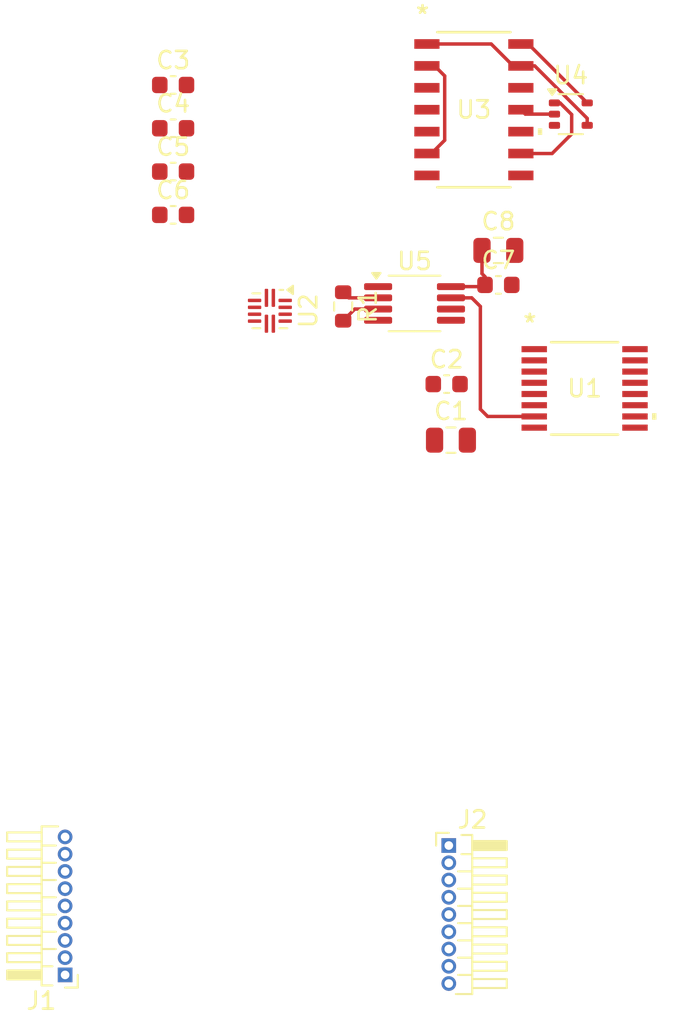
<source format=kicad_pcb>
(kicad_pcb (version 20241229) (generator "pcbnew") (generator_version "9.0")
  (layers (0 "F.Cu" signal) (2 "B.Cu" signal) (13 "F.Paste" user) (15 "B.Paste" user) (5 "F.SilkS" user "F.Silkscreen") (7 "B.SilkS" user "B.Silkscreen") (1 "F.Mask" user) (3 "B.Mask" user) (25 "Edge.Cuts" user))
  (net 0 "")
  (net 1 "GND")
  (net 2 "Net-(U1-REFCAP)")
  (net 3 "Net-(U1-REFIO)")
  (net 4 "+5V")
  (net 5 "/ADC/A_IN")
  (net 6 "+3.3V")
  (net 25 "Net-(R1-Pad1)")
  (net 26 "Net-(R1-Pad2)")
  (net 27 "/ADC/SDI")
  (net 28 "/ADC/~{CS}")
  (net 29 "/ADC/SDO-1")
  (net 30 "/ADC/~{RST}")
  (net 31 "/ADC/RVS")
  (net 32 "/ADC/SDO-0")
  (net 33 "/ADC/SCLK")
  (net 34 "/Multiplexer/A_IN_P1")
  (net 35 "/Multiplexer/A_IN_N1")
  (net 36 "/Amplifier/A_IN_N")
  (net 37 "/Multiplexer/A_IN_N3")
  (net 38 "/Multiplexer/A_IN_P3")
  (net 39 "/Amplifier/A_IN_P")
  (net 40 "/Multiplexer/A_IN_P2")
  (net 41 "/Counter/SEL1")
  (net 42 "/Multiplexer/A_IN_N2")
  (net 43 "/Counter/SEL0")
  (net 44 "Net-(U3-1D)")
  (net 45 "Net-(U3-2D)")
  (net 46 "Net-(U3-~{1CLR})")
  (footprint "Package_SO:MSOP-8_3x3mm_P0.65mm" (layer "F.Cu") (at 105.8875 92.825)
    (property "Reference" "U5" (at 0 -2.45 0) (layer "F.SilkS"))
    (property "Value" "AD8421")
    (fp_line (start 0 -1.61) (end -1.5 -1.61) (stroke (width 0.12)) (layer "F.SilkS"))
    (fp_line (start 0 -1.61) (end 1.5 -1.61) (stroke (width 0.12)) (layer "F.SilkS"))
    (fp_line (start 0 1.61) (end -1.5 1.61) (stroke (width 0.12)) (layer "F.SilkS"))
    (fp_line (start 0 1.61) (end 1.5 1.61) (stroke (width 0.12)) (layer "F.SilkS"))
    (fp_poly (pts (xy -2.2125 -1.435) (xy -2.4525 -1.765) (xy -1.9725 -1.765)) (stroke (width 0.12)) (fill yes) (layer "F.SilkS"))
    (pad "1" smd roundrect (at -2.1125 -0.975) (size 1.625 0.4) (layers "F.Cu" "F.Mask" "F.Paste") (net 36 "/Amplifier/A_IN_N"))
    (pad "2" smd roundrect (at -2.1125 -0.325) (size 1.625 0.4) (layers "F.Cu" "F.Mask" "F.Paste") (net 25 "Net-(R1-Pad1)"))
    (pad "3" smd roundrect (at -2.1125 0.325) (size 1.625 0.4) (layers "F.Cu" "F.Mask" "F.Paste") (net 26 "Net-(R1-Pad2)"))
    (pad "4" smd roundrect (at -2.1125 0.975) (size 1.625 0.4) (layers "F.Cu" "F.Mask" "F.Paste") (net 39 "/Amplifier/A_IN_P"))
    (pad "5" smd roundrect (at 2.1125 0.975) (size 1.625 0.4) (layers "F.Cu" "F.Mask" "F.Paste") (net 1 "GND"))
    (pad "6" smd roundrect (at 2.1125 0.325) (size 1.625 0.4) (layers "F.Cu" "F.Mask" "F.Paste") (net 1 "GND"))
    (pad "7" smd roundrect (at 2.1125 -0.325) (size 1.625 0.4) (layers "F.Cu" "F.Mask" "F.Paste") (net 5 "/ADC/A_IN"))
    (pad "8" smd roundrect (at 2.1125 -0.975) (size 1.625 0.4) (layers "F.Cu" "F.Mask" "F.Paste") (net 4 "+5V"))
  )
  (footprint "Capacitor_SMD:C_0603_1608Metric" (layer "F.Cu") (at 110.75 91.75)
    (property "Reference" "C7" (at 0 -1.43 0) (layer "F.SilkS"))
    (property "Value" "0.1 uF")
    (fp_line (start -0.14058 -0.51) (end 0.14058 -0.51) (stroke (width 0.12)) (layer "F.SilkS"))
    (fp_line (start -0.14058 0.51) (end 0.14058 0.51) (stroke (width 0.12)) (layer "F.SilkS"))
    (pad "1" smd roundrect (at -0.775 0) (size 0.9 0.95) (layers "F.Cu" "F.Mask" "F.Paste") (net 4 "+5V"))
    (pad "2" smd roundrect (at 0.775 0) (size 0.9 0.95) (layers "F.Cu" "F.Mask" "F.Paste") (net 1 "GND"))
  )
  (footprint "strain-gauge:PW16_TEX" (layer "F.Cu") (at 115.75 97.75)
    (property "Reference" "U1" (at 0 0 0) (layer "F.SilkS"))
    (property "Value" "ADS8691IPWR")
    (fp_line (start -1.941024 2.6797) (end 1.941024 2.6797) (stroke (width 0.1524)) (layer "F.SilkS"))
    (fp_line (start 1.941024 -2.6797) (end -1.941024 -2.6797) (stroke (width 0.1524)) (layer "F.SilkS"))
    (fp_poly (pts (xy 4.1656 1.434501) (xy 4.1656 1.815501) (xy 3.9116 1.815501) (xy 3.9116 1.434501)) (fill yes) (layer "F.SilkS"))
    (fp_text user "*" (at -3.175 -3.773601 0) (layer "F.SilkS"))
    (fp_text user "*" (at -3.175 -3.773601 0) (layer "F.SilkS"))
    (pad "1" smd rect (at -2.921 -2.274999) (size 1.4732 0.3556) (layers "F.Cu" "F.Mask" "F.Paste") (net 1 "GND"))
    (pad "2" smd rect (at -2.921 -1.625001) (size 1.4732 0.3556) (layers "F.Cu" "F.Mask" "F.Paste") (net 4 "+5V"))
    (pad "3" smd rect (at -2.921 -0.974999) (size 1.4732 0.3556) (layers "F.Cu" "F.Mask" "F.Paste") (net 1 "GND"))
    (pad "4" smd rect (at -2.921 -0.325001) (size 1.4732 0.3556) (layers "F.Cu" "F.Mask" "F.Paste") (net 3 "Net-(U1-REFIO)"))
    (pad "5" smd rect (at -2.921 0.324998) (size 1.4732 0.3556) (layers "F.Cu" "F.Mask" "F.Paste") (net 1 "GND"))
    (pad "6" smd rect (at -2.921 0.974999) (size 1.4732 0.3556) (layers "F.Cu" "F.Mask" "F.Paste") (net 2 "Net-(U1-REFCAP)"))
    (pad "7" smd rect (at -2.921 1.624998) (size 1.4732 0.3556) (layers "F.Cu" "F.Mask" "F.Paste") (net 5 "/ADC/A_IN"))
    (pad "8" smd rect (at -2.921 2.274999) (size 1.4732 0.3556) (layers "F.Cu" "F.Mask" "F.Paste") (net 1 "GND"))
    (pad "9" smd rect (at 2.921 2.274999) (size 1.4732 0.3556) (layers "F.Cu" "F.Mask" "F.Paste") (net 30 "/ADC/~{RST}"))
    (pad "10" smd rect (at 2.921 1.625001) (size 1.4732 0.3556) (layers "F.Cu" "F.Mask" "F.Paste") (net 27 "/ADC/SDI"))
    (pad "11" smd rect (at 2.921 0.974999) (size 1.4732 0.3556) (layers "F.Cu" "F.Mask" "F.Paste") (net 28 "/ADC/~{CS}"))
    (pad "12" smd rect (at 2.921 0.325001) (size 1.4732 0.3556) (layers "F.Cu" "F.Mask" "F.Paste") (net 33 "/ADC/SCLK"))
    (pad "13" smd rect (at 2.921 -0.324998) (size 1.4732 0.3556) (layers "F.Cu" "F.Mask" "F.Paste") (net 32 "/ADC/SDO-0"))
    (pad "14" smd rect (at 2.921 -0.974999) (size 1.4732 0.3556) (layers "F.Cu" "F.Mask" "F.Paste") (net 29 "/ADC/SDO-1"))
    (pad "15" smd rect (at 2.921 -1.624998) (size 1.4732 0.3556) (layers "F.Cu" "F.Mask" "F.Paste") (net 31 "/ADC/RVS"))
    (pad "16" smd rect (at 2.921 -2.274999) (size 1.4732 0.3556) (layers "F.Cu" "F.Mask" "F.Paste") (net 6 "+3.3V"))
  )
  (footprint "Capacitor_SMD:C_0603_1608Metric" (layer "F.Cu") (at 107.75 97.5)
    (property "Reference" "C2" (at 0 -1.43 0) (layer "F.SilkS"))
    (property "Value" "1 uF")
    (fp_line (start -0.14058 -0.51) (end 0.14058 -0.51) (stroke (width 0.12)) (layer "F.SilkS"))
    (fp_line (start -0.14058 0.51) (end 0.14058 0.51) (stroke (width 0.12)) (layer "F.SilkS"))
    (pad "1" smd roundrect (at -0.775 0) (size 0.9 0.95) (layers "F.Cu" "F.Mask" "F.Paste") (net 1 "GND"))
    (pad "2" smd roundrect (at 0.775 0) (size 0.9 0.95) (layers "F.Cu" "F.Mask" "F.Paste") (net 2 "Net-(U1-REFCAP)"))
  )
  (footprint "Capacitor_SMD:C_0603_1608Metric" (layer "F.Cu") (at 91.89 82.67)
    (property "Reference" "C4" (at 0 -1.43 0) (layer "F.SilkS"))
    (property "Value" "1 uF")
    (fp_line (start -0.14058 -0.51) (end 0.14058 -0.51) (stroke (width 0.12)) (layer "F.SilkS"))
    (fp_line (start -0.14058 0.51) (end 0.14058 0.51) (stroke (width 0.12)) (layer "F.SilkS"))
    (pad "1" smd roundrect (at -0.775 0) (size 0.9 0.95) (layers "F.Cu" "F.Mask" "F.Paste") (net 4 "+5V"))
    (pad "2" smd roundrect (at 0.775 0) (size 0.9 0.95) (layers "F.Cu" "F.Mask" "F.Paste") (net 1 "GND"))
  )
  (footprint "Capacitor_SMD:C_0603_1608Metric" (layer "F.Cu") (at 91.89 87.69)
    (property "Reference" "C6" (at 0 -1.43 0) (layer "F.SilkS"))
    (property "Value" "1 uF")
    (fp_line (start -0.14058 -0.51) (end 0.14058 -0.51) (stroke (width 0.12)) (layer "F.SilkS"))
    (fp_line (start -0.14058 0.51) (end 0.14058 0.51) (stroke (width 0.12)) (layer "F.SilkS"))
    (pad "1" smd roundrect (at -0.775 0) (size 0.9 0.95) (layers "F.Cu" "F.Mask" "F.Paste") (net 1 "GND"))
    (pad "2" smd roundrect (at 0.775 0) (size 0.9 0.95) (layers "F.Cu" "F.Mask" "F.Paste") (net 6 "+3.3V"))
  )
  (footprint "Connector_PinHeader_1.00mm:PinHeader_1x09_P1.00mm_Horizontal" (layer "F.Cu") (at 107.875 124.25)
    (property "Reference" "J2" (at 1.375 -1.5 0) (layer "F.SilkS"))
    (property "Value" "Right")
    (fp_line (start -0.735 -0.735) (end 0 -0.735) (stroke (width 0.12)) (layer "F.SilkS"))
    (fp_line (start -0.735 0) (end -0.735 -0.735) (stroke (width 0.12)) (layer "F.SilkS"))
    (fp_line (start 0.538725 1.5) (end 1.36 1.5) (stroke (width 0.12)) (layer "F.SilkS"))
    (fp_line (start 0.538725 2.5) (end 1.36 2.5) (stroke (width 0.12)) (layer "F.SilkS"))
    (fp_line (start 0.538725 3.5) (end 1.36 3.5) (stroke (width 0.12)) (layer "F.SilkS"))
    (fp_line (start 0.538725 4.5) (end 1.36 4.5) (stroke (width 0.12)) (layer "F.SilkS"))
    (fp_line (start 0.538725 5.5) (end 1.36 5.5) (stroke (width 0.12)) (layer "F.SilkS"))
    (fp_line (start 0.538725 6.5) (end 1.36 6.5) (stroke (width 0.12)) (layer "F.SilkS"))
    (fp_line (start 0.538725 7.5) (end 1.36 7.5) (stroke (width 0.12)) (layer "F.SilkS"))
    (fp_line (start 0.735 -0.61) (end 1.36 -0.61) (stroke (width 0.12)) (layer "F.SilkS"))
    (fp_line (start 0.735 0.5) (end 1.36 0.5) (stroke (width 0.12)) (layer "F.SilkS"))
    (fp_line (start 1.36 -0.61) (end 1.36 8.61) (stroke (width 0.12)) (layer "F.SilkS"))
    (fp_line (start 1.36 0.74) (end 3.36 0.74) (stroke (width 0.12)) (layer "F.SilkS"))
    (fp_line (start 1.36 1.74) (end 3.36 1.74) (stroke (width 0.12)) (layer "F.SilkS"))
    (fp_line (start 1.36 2.74) (end 3.36 2.74) (stroke (width 0.12)) (layer "F.SilkS"))
    (fp_line (start 1.36 3.74) (end 3.36 3.74) (stroke (width 0.12)) (layer "F.SilkS"))
    (fp_line (start 1.36 4.74) (end 3.36 4.74) (stroke (width 0.12)) (layer "F.SilkS"))
    (fp_line (start 1.36 5.74) (end 3.36 5.74) (stroke (width 0.12)) (layer "F.SilkS"))
    (fp_line (start 1.36 6.74) (end 3.36 6.74) (stroke (width 0.12)) (layer "F.SilkS"))
    (fp_line (start 1.36 7.74) (end 3.36 7.74) (stroke (width 0.12)) (layer "F.SilkS"))
    (fp_line (start 1.36 8.61) (end 0.41003 8.61) (stroke (width 0.12)) (layer "F.SilkS"))
    (fp_line (start 3.36 0.74) (end 3.36 1.26) (stroke (width 0.12)) (layer "F.SilkS"))
    (fp_line (start 3.36 1.26) (end 1.36 1.26) (stroke (width 0.12)) (layer "F.SilkS"))
    (fp_line (start 3.36 1.74) (end 3.36 2.26) (stroke (width 0.12)) (layer "F.SilkS"))
    (fp_line (start 3.36 2.26) (end 1.36 2.26) (stroke (width 0.12)) (layer "F.SilkS"))
    (fp_line (start 3.36 2.74) (end 3.36 3.26) (stroke (width 0.12)) (layer "F.SilkS"))
    (fp_line (start 3.36 3.26) (end 1.36 3.26) (stroke (width 0.12)) (layer "F.SilkS"))
    (fp_line (start 3.36 3.74) (end 3.36 4.26) (stroke (width 0.12)) (layer "F.SilkS"))
    (fp_line (start 3.36 4.26) (end 1.36 4.26) (stroke (width 0.12)) (layer "F.SilkS"))
    (fp_line (start 3.36 4.74) (end 3.36 5.26) (stroke (width 0.12)) (layer "F.SilkS"))
    (fp_line (start 3.36 5.26) (end 1.36 5.26) (stroke (width 0.12)) (layer "F.SilkS"))
    (fp_line (start 3.36 5.74) (end 3.36 6.26) (stroke (width 0.12)) (layer "F.SilkS"))
    (fp_line (start 3.36 6.26) (end 1.36 6.26) (stroke (width 0.12)) (layer "F.SilkS"))
    (fp_line (start 3.36 6.74) (end 3.36 7.26) (stroke (width 0.12)) (layer "F.SilkS"))
    (fp_line (start 3.36 7.26) (end 1.36 7.26) (stroke (width 0.12)) (layer "F.SilkS"))
    (fp_line (start 3.36 7.74) (end 3.36 8.26) (stroke (width 0.12)) (layer "F.SilkS"))
    (fp_line (start 3.36 8.26) (end 1.36 8.26) (stroke (width 0.12)) (layer "F.SilkS"))
    (fp_rect (start 1.36 -0.26) (end 3.36 0.26) (stroke (width 0.12)) (fill yes) (layer "F.SilkS"))
    (pad "1" thru_hole rect (at 0 0) (size 0.85 0.85) (drill 0.5) (layers "*.Cu" "*.Mask"))
    (pad "2" thru_hole circle (at 0 1) (size 0.85 0.85) (drill 0.5) (layers "*.Cu" "*.Mask"))
    (pad "3" thru_hole circle (at 0 2) (size 0.85 0.85) (drill 0.5) (layers "*.Cu" "*.Mask"))
    (pad "4" thru_hole circle (at 0 3) (size 0.85 0.85) (drill 0.5) (layers "*.Cu" "*.Mask"))
    (pad "5" thru_hole circle (at 0 4) (size 0.85 0.85) (drill 0.5) (layers "*.Cu" "*.Mask"))
    (pad "6" thru_hole circle (at 0 5) (size 0.85 0.85) (drill 0.5) (layers "*.Cu" "*.Mask"))
    (pad "7" thru_hole circle (at 0 6) (size 0.85 0.85) (drill 0.5) (layers "*.Cu" "*.Mask"))
    (pad "8" thru_hole circle (at 0 7) (size 0.85 0.85) (drill 0.5) (layers "*.Cu" "*.Mask"))
    (pad "9" thru_hole circle (at 0 8) (size 0.85 0.85) (drill 0.5) (layers "*.Cu" "*.Mask"))
  )
  (footprint "Package_DFN_QFN:Texas_RMG0012A_WQFN-12_1.8x1.8mm_P0.4mm" (layer "F.Cu") (at 97.5 93.25 -90)
    (property "Reference" "U2" (at 0 -2.23 90) (layer "F.SilkS"))
    (property "Value" "TMUX131RMG")
    (fp_line (start -1.01 1.01) (end -1.01 0.56) (stroke (width 0.12)) (layer "F.SilkS"))
    (fp_line (start 1.01 1.01) (end 1.01 0.56) (stroke (width 0.12)) (layer "F.SilkS"))
    (fp_line (start -1.21 -0.56) (end -1.21 -0.77) (stroke (width 0.12)) (layer "F.SilkS"))
    (fp_line (start 1.01 -1.01) (end 1.01 -0.56) (stroke (width 0.12)) (layer "F.SilkS"))
    (fp_poly (pts (xy -1.21 -1.01) (xy -1.45 -1.34) (xy -0.97 -1.34)) (stroke (width 0.12)) (fill yes) (layer "F.SilkS"))
    (pad "1" smd roundrect (at -0.75 -0.2 270) (size 1.05 0.2) (layers "F.Cu" "F.Mask" "F.Paste") (net 43 "/Counter/SEL0"))
    (pad "2" smd roundrect (at -0.75 0.2 270) (size 1.05 0.2) (layers "F.Cu" "F.Mask" "F.Paste") (net 41 "/Counter/SEL1"))
    (pad "3" smd roundrect (at -0.6 0.8875 270) (size 0.2 0.775) (layers "F.Cu" "F.Mask" "F.Paste") (net 40 "/Multiplexer/A_IN_P2"))
    (pad "4" smd roundrect (at -0.2 0.8875 270) (size 0.2 0.775) (layers "F.Cu" "F.Mask" "F.Paste") (net 42 "/Multiplexer/A_IN_N2"))
    (pad "5" smd roundrect (at 0.2 0.8875 270) (size 0.2 0.775) (layers "F.Cu" "F.Mask" "F.Paste") (net 38 "/Multiplexer/A_IN_P3"))
    (pad "6" smd roundrect (at 0.6 0.8875 270) (size 0.2 0.775) (layers "F.Cu" "F.Mask" "F.Paste") (net 37 "/Multiplexer/A_IN_N3"))
    (pad "7" smd roundrect (at 0.75 0.2 270) (size 1.05 0.2) (layers "F.Cu" "F.Mask" "F.Paste") (net 34 "/Multiplexer/A_IN_P1"))
    (pad "8" smd roundrect (at 0.75 -0.2 270) (size 1.05 0.2) (layers "F.Cu" "F.Mask" "F.Paste") (net 35 "/Multiplexer/A_IN_N1"))
    (pad "9" smd roundrect (at 0.6 -0.8875 270) (size 0.2 0.775) (layers "F.Cu" "F.Mask" "F.Paste") (net 1 "GND"))
    (pad "10" smd roundrect (at 0.2 -0.8875 270) (size 0.2 0.775) (layers "F.Cu" "F.Mask" "F.Paste") (net 36 "/Amplifier/A_IN_N"))
    (pad "11" smd roundrect (at -0.2 -0.8875 270) (size 0.2 0.775) (layers "F.Cu" "F.Mask" "F.Paste") (net 39 "/Amplifier/A_IN_P"))
    (pad "12" smd roundrect (at -0.6 -0.8875 270) (size 0.2 0.775) (layers "F.Cu" "F.Mask" "F.Paste") (net 6 "+3.3V"))
  )
  (footprint "Package_TO_SOT_SMD:SOT-353_SC-70-5" (layer "F.Cu") (at 114.95 81.85)
    (property "Reference" "U4" (at 0 -2.25 0) (layer "F.SilkS"))
    (property "Value" "74AHC1G00")
    (fp_line (start -0.71 -1.16) (end 0.7 -1.16) (stroke (width 0.12)) (layer "F.SilkS"))
    (fp_line (start -0.7 1.16) (end 0.7 1.16) (stroke (width 0.12)) (layer "F.SilkS"))
    (fp_poly (pts (xy -1.08 -1.11) (xy -1.32 -1.44) (xy -0.84 -1.44) (xy -1.08 -1.11)) (stroke (width 0.12)) (fill yes) (layer "F.SilkS"))
    (pad "1" smd roundrect (at -0.95 -0.65) (size 0.65 0.4) (layers "F.Cu" "F.Mask" "F.Paste") (net 41 "/Counter/SEL1"))
    (pad "2" smd roundrect (at -0.95 0) (size 0.65 0.4) (layers "F.Cu" "F.Mask" "F.Paste") (net 43 "/Counter/SEL0"))
    (pad "3" smd roundrect (at -0.95 0.65) (size 0.65 0.4) (layers "F.Cu" "F.Mask" "F.Paste") (net 1 "GND"))
    (pad "4" smd roundrect (at 0.95 0.65) (size 0.65 0.4) (layers "F.Cu" "F.Mask" "F.Paste") (net 46 "Net-(U3-~{1CLR})"))
    (pad "5" smd roundrect (at 0.95 -0.65) (size 0.65 0.4) (layers "F.Cu" "F.Mask" "F.Paste") (net 6 "+3.3V"))
  )
  (footprint "Capacitor_SMD:C_0603_1608Metric" (layer "F.Cu") (at 91.89 80.16)
    (property "Reference" "C3" (at 0 -1.43 0) (layer "F.SilkS"))
    (property "Value" "4.7 uF")
    (fp_line (start -0.14058 -0.51) (end 0.14058 -0.51) (stroke (width 0.12)) (layer "F.SilkS"))
    (fp_line (start -0.14058 0.51) (end 0.14058 0.51) (stroke (width 0.12)) (layer "F.SilkS"))
    (pad "1" smd roundrect (at -0.775 0) (size 0.9 0.95) (layers "F.Cu" "F.Mask" "F.Paste") (net 3 "Net-(U1-REFIO)"))
    (pad "2" smd roundrect (at 0.775 0) (size 0.9 0.95) (layers "F.Cu" "F.Mask" "F.Paste") (net 1 "GND"))
  )
  (footprint "Capacitor_SMD:C_0603_1608Metric" (layer "F.Cu") (at 91.89 85.18)
    (property "Reference" "C5" (at 0 -1.43 0) (layer "F.SilkS"))
    (property "Value" "1 uF")
    (fp_line (start -0.14058 -0.51) (end 0.14058 -0.51) (stroke (width 0.12)) (layer "F.SilkS"))
    (fp_line (start -0.14058 0.51) (end 0.14058 0.51) (stroke (width 0.12)) (layer "F.SilkS"))
    (pad "1" smd roundrect (at -0.775 0) (size 0.9 0.95) (layers "F.Cu" "F.Mask" "F.Paste") (net 5 "/ADC/A_IN"))
    (pad "2" smd roundrect (at 0.775 0) (size 0.9 0.95) (layers "F.Cu" "F.Mask" "F.Paste") (net 1 "GND"))
  )
  (footprint "strain-gauge:SOIC_QDRQ1_TEX" (layer "F.Cu") (at 109.3296 81.594)
    (property "Reference" "U3" (at 0 0 0) (layer "F.SilkS"))
    (property "Value" "SN74HCS72QDRQ1")
    (fp_line (start -2.1209 4.4958) (end 2.1209 4.4958) (stroke (width 0.1524)) (layer "F.SilkS"))
    (fp_line (start 2.1209 -4.4958) (end -2.1209 -4.4958) (stroke (width 0.1524)) (layer "F.SilkS"))
    (fp_poly (pts (xy 3.9624 1.0795) (xy 3.9624 1.4605) (xy 3.7084 1.4605) (xy 3.7084 1.0795)) (fill yes) (layer "F.SilkS"))
    (fp_text user "*" (at -2.97815 -5.5118 0) (layer "F.SilkS"))
    (fp_text user "*" (at -2.97815 -5.5118 0) (layer "F.SilkS"))
    (pad "1" smd rect (at -2.72415 -3.81) (size 1.4605 0.5588) (layers "F.Cu" "F.Mask" "F.Paste") (net 46 "Net-(U3-~{1CLR})"))
    (pad "2" smd rect (at -2.72415 -2.54) (size 1.4605 0.5588) (layers "F.Cu" "F.Mask" "F.Paste") (net 44 "Net-(U3-1D)"))
    (pad "3" smd rect (at -2.72415 -1.27) (size 1.4605 0.5588) (layers "F.Cu" "F.Mask" "F.Paste") (net 28 "/ADC/~{CS}"))
    (pad "4" smd rect (at -2.72415 0) (size 1.4605 0.5588) (layers "F.Cu" "F.Mask" "F.Paste") (net 6 "+3.3V"))
    (pad "5" smd rect (at -2.72415 1.27) (size 1.4605 0.5588) (layers "F.Cu" "F.Mask" "F.Paste") (net 43 "/Counter/SEL0"))
    (pad "6" smd rect (at -2.72415 2.54) (size 1.4605 0.5588) (layers "F.Cu" "F.Mask" "F.Paste") (net 44 "Net-(U3-1D)"))
    (pad "7" smd rect (at -2.72415 3.81) (size 1.4605 0.5588) (layers "F.Cu" "F.Mask" "F.Paste") (net 1 "GND"))
    (pad "8" smd rect (at 2.72415 3.81) (size 1.4605 0.5588) (layers "F.Cu" "F.Mask" "F.Paste") (net 45 "Net-(U3-2D)"))
    (pad "9" smd rect (at 2.72415 2.54) (size 1.4605 0.5588) (layers "F.Cu" "F.Mask" "F.Paste") (net 41 "/Counter/SEL1"))
    (pad "10" smd rect (at 2.72415 1.27) (size 1.4605 0.5588) (layers "F.Cu" "F.Mask" "F.Paste") (net 6 "+3.3V"))
    (pad "11" smd rect (at 2.72415 0) (size 1.4605 0.5588) (layers "F.Cu" "F.Mask" "F.Paste") (net 43 "/Counter/SEL0"))
    (pad "12" smd rect (at 2.72415 -1.27) (size 1.4605 0.5588) (layers "F.Cu" "F.Mask" "F.Paste") (net 45 "Net-(U3-2D)"))
    (pad "13" smd rect (at 2.72415 -2.54) (size 1.4605 0.5588) (layers "F.Cu" "F.Mask" "F.Paste") (net 46 "Net-(U3-~{1CLR})"))
    (pad "14" smd rect (at 2.72415 -3.81) (size 1.4605 0.5588) (layers "F.Cu" "F.Mask" "F.Paste") (net 6 "+3.3V"))
  )
  (footprint "Resistor_SMD:R_0603_1608Metric" (layer "F.Cu") (at 101.75 93 -90)
    (property "Reference" "R1" (at 0 -1.43 90) (layer "F.SilkS"))
    (property "Value" "100")
    (fp_line (start -0.237258 0.5225) (end 0.237258 0.5225) (stroke (width 0.12)) (layer "F.SilkS"))
    (fp_line (start -0.237258 -0.5225) (end 0.237258 -0.5225) (stroke (width 0.12)) (layer "F.SilkS"))
    (pad "1" smd roundrect (at -0.825 0 270) (size 0.8 0.95) (layers "F.Cu" "F.Mask" "F.Paste") (net 25 "Net-(R1-Pad1)"))
    (pad "2" smd roundrect (at 0.825 0 270) (size 0.8 0.95) (layers "F.Cu" "F.Mask" "F.Paste") (net 26 "Net-(R1-Pad2)"))
  )
  (footprint "Connector_PinHeader_1.00mm:PinHeader_1x09_P1.00mm_Horizontal" (layer "F.Cu") (at 85.625 131.75 180)
    (property "Reference" "J1" (at 1.375 -1.5 0) (layer "F.SilkS"))
    (property "Value" "Left")
    (fp_line (start 3.36 8.26) (end 1.36 8.26) (stroke (width 0.12)) (layer "F.SilkS"))
    (fp_line (start 3.36 7.74) (end 3.36 8.26) (stroke (width 0.12)) (layer "F.SilkS"))
    (fp_line (start 3.36 7.26) (end 1.36 7.26) (stroke (width 0.12)) (layer "F.SilkS"))
    (fp_line (start 3.36 6.74) (end 3.36 7.26) (stroke (width 0.12)) (layer "F.SilkS"))
    (fp_line (start 3.36 6.26) (end 1.36 6.26) (stroke (width 0.12)) (layer "F.SilkS"))
    (fp_line (start 3.36 5.74) (end 3.36 6.26) (stroke (width 0.12)) (layer "F.SilkS"))
    (fp_line (start 3.36 5.26) (end 1.36 5.26) (stroke (width 0.12)) (layer "F.SilkS"))
    (fp_line (start 3.36 4.74) (end 3.36 5.26) (stroke (width 0.12)) (layer "F.SilkS"))
    (fp_line (start 3.36 4.26) (end 1.36 4.26) (stroke (width 0.12)) (layer "F.SilkS"))
    (fp_line (start 3.36 3.74) (end 3.36 4.26) (stroke (width 0.12)) (layer "F.SilkS"))
    (fp_line (start 3.36 3.26) (end 1.36 3.26) (stroke (width 0.12)) (layer "F.SilkS"))
    (fp_line (start 3.36 2.74) (end 3.36 3.26) (stroke (width 0.12)) (layer "F.SilkS"))
    (fp_line (start 3.36 2.26) (end 1.36 2.26) (stroke (width 0.12)) (layer "F.SilkS"))
    (fp_line (start 3.36 1.74) (end 3.36 2.26) (stroke (width 0.12)) (layer "F.SilkS"))
    (fp_line (start 3.36 1.26) (end 1.36 1.26) (stroke (width 0.12)) (layer "F.SilkS"))
    (fp_line (start 3.36 0.74) (end 3.36 1.26) (stroke (width 0.12)) (layer "F.SilkS"))
    (fp_line (start 1.36 8.61) (end 0.41003 8.61) (stroke (width 0.12)) (layer "F.SilkS"))
    (fp_line (start 1.36 7.74) (end 3.36 7.74) (stroke (width 0.12)) (layer "F.SilkS"))
    (fp_line (start 1.36 6.74) (end 3.36 6.74) (stroke (width 0.12)) (layer "F.SilkS"))
    (fp_line (start 1.36 5.74) (end 3.36 5.74) (stroke (width 0.12)) (layer "F.SilkS"))
    (fp_line (start 1.36 4.74) (end 3.36 4.74) (stroke (width 0.12)) (layer "F.SilkS"))
    (fp_line (start 1.36 3.74) (end 3.36 3.74) (stroke (width 0.12)) (layer "F.SilkS"))
    (fp_line (start 1.36 2.74) (end 3.36 2.74) (stroke (width 0.12)) (layer "F.SilkS"))
    (fp_line (start 1.36 1.74) (end 3.36 1.74) (stroke (width 0.12)) (layer "F.SilkS"))
    (fp_line (start 1.36 0.74) (end 3.36 0.74) (stroke (width 0.12)) (layer "F.SilkS"))
    (fp_line (start 1.36 -0.61) (end 1.36 8.61) (stroke (width 0.12)) (layer "F.SilkS"))
    (fp_line (start 0.735 0.5) (end 1.36 0.5) (stroke (width 0.12)) (layer "F.SilkS"))
    (fp_line (start 0.735 -0.61) (end 1.36 -0.61) (stroke (width 0.12)) (layer "F.SilkS"))
    (fp_line (start 0.538725 7.5) (end 1.36 7.5) (stroke (width 0.12)) (layer "F.SilkS"))
    (fp_line (start 0.538725 6.5) (end 1.36 6.5) (stroke (width 0.12)) (layer "F.SilkS"))
    (fp_line (start 0.538725 5.5) (end 1.36 5.5) (stroke (width 0.12)) (layer "F.SilkS"))
    (fp_line (start 0.538725 4.5) (end 1.36 4.5) (stroke (width 0.12)) (layer "F.SilkS"))
    (fp_line (start 0.538725 3.5) (end 1.36 3.5) (stroke (width 0.12)) (layer "F.SilkS"))
    (fp_line (start 0.538725 2.5) (end 1.36 2.5) (stroke (width 0.12)) (layer "F.SilkS"))
    (fp_line (start 0.538725 1.5) (end 1.36 1.5) (stroke (width 0.12)) (layer "F.SilkS"))
    (fp_line (start -0.735 0) (end -0.735 -0.735) (stroke (width 0.12)) (layer "F.SilkS"))
    (fp_line (start -0.735 -0.735) (end 0 -0.735) (stroke (width 0.12)) (layer "F.SilkS"))
    (fp_rect (start 1.36 -0.26) (end 3.36 0.26) (stroke (width 0.12)) (fill yes) (layer "F.SilkS"))
    (pad "1" thru_hole rect (at 0 0 180) (size 0.85 0.85) (drill 0.5) (layers "*.Cu" "*.Mask"))
    (pad "2" thru_hole circle (at 0 1 180) (size 0.85 0.85) (drill 0.5) (layers "*.Cu" "*.Mask"))
    (pad "3" thru_hole circle (at 0 2 180) (size 0.85 0.85) (drill 0.5) (layers "*.Cu" "*.Mask"))
    (pad "4" thru_hole circle (at 0 3 180) (size 0.85 0.85) (drill 0.5) (layers "*.Cu" "*.Mask"))
    (pad "5" thru_hole circle (at 0 4 180) (size 0.85 0.85) (drill 0.5) (layers "*.Cu" "*.Mask"))
    (pad "6" thru_hole circle (at 0 5 180) (size 0.85 0.85) (drill 0.5) (layers "*.Cu" "*.Mask"))
    (pad "7" thru_hole circle (at 0 6 180) (size 0.85 0.85) (drill 0.5) (layers "*.Cu" "*.Mask"))
    (pad "8" thru_hole circle (at 0 7 180) (size 0.85 0.85) (drill 0.5) (layers "*.Cu" "*.Mask"))
    (pad "9" thru_hole circle (at 0 8 180) (size 0.85 0.85) (drill 0.5) (layers "*.Cu" "*.Mask"))
  )
  (footprint "Capacitor_SMD:C_0805_2012Metric" (layer "F.Cu") (at 110.75 89.75)
    (property "Reference" "C8" (at 0 -1.68 0) (layer "F.SilkS"))
    (property "Value" "10 uF")
    (fp_line (start -0.261252 -0.735) (end 0.261252 -0.735) (stroke (width 0.12)) (layer "F.SilkS"))
    (fp_line (start -0.261252 0.735) (end 0.261252 0.735) (stroke (width 0.12)) (layer "F.SilkS"))
    (pad "1" smd roundrect (at -0.95 0) (size 1 1.45) (layers "F.Cu" "F.Mask" "F.Paste") (net 4 "+5V"))
    (pad "2" smd roundrect (at 0.95 0) (size 1 1.45) (layers "F.Cu" "F.Mask" "F.Paste") (net 1 "GND"))
  )
  (footprint "Capacitor_SMD:C_0805_2012Metric" (layer "F.Cu") (at 108 100.75)
    (property "Reference" "C1" (at 0 -1.68 0) (layer "F.SilkS"))
    (property "Value" "10 uF")
    (fp_line (start -0.261252 -0.735) (end 0.261252 -0.735) (stroke (width 0.12)) (layer "F.SilkS"))
    (fp_line (start -0.261252 0.735) (end 0.261252 0.735) (stroke (width 0.12)) (layer "F.SilkS"))
    (pad "1" smd roundrect (at -0.95 0) (size 1 1.45) (layers "F.Cu" "F.Mask" "F.Paste") (net 1 "GND"))
    (pad "2" smd roundrect (at 0.95 0) (size 1 1.45) (layers "F.Cu" "F.Mask" "F.Paste") (net 2 "Net-(U1-REFCAP)"))
  )
  (segment (start 109.975 91.275) (end 109.8 91.1) (width 0.2) (layer "F.Cu") (net 4))
  (segment (start 109.975 91.75) (end 109.975 91.275) (width 0.2) (layer "F.Cu") (net 4))
  (segment (start 108 91.85) (end 109.875 91.85) (width 0.2) (layer "F.Cu") (net 4))
  (segment (start 109.8 91.1) (end 109.8 89.75) (width 0.2) (layer "F.Cu") (net 4))
  (segment (start 109.875 91.85) (end 109.975 91.75) (width 0.2) (layer "F.Cu") (net 4))
  (segment (start 109.704801 98.954801) (end 110.124998 99.374998) (width 0.2) (layer "F.Cu") (net 5))
  (segment (start 108 92.5) (end 109.204801 92.5) (width 0.2) (layer "F.Cu") (net 5))
  (segment (start 110.124998 99.374998) (end 112.829 99.374998) (width 0.2) (layer "F.Cu") (net 5))
  (segment (start 109.704801 93) (end 109.704801 98.954801) (width 0.2) (layer "F.Cu") (net 5))
  (segment (start 109.204801 92.5) (end 109.704801 93) (width 0.2) (layer "F.Cu") (net 5))
  (segment (start 112.05375 82.864) (end 111.6029 82.864) (width 0.2) (layer "F.Cu") (net 6))
  (segment (start 115.9 81.2) (end 112.484 77.784) (width 0.2) (layer "F.Cu") (net 6))
  (segment (start 112.484 77.784) (end 112.05375 77.784) (width 0.2) (layer "F.Cu") (net 6))
  (segment (start 103.775 92.5) (end 102.075 92.5) (width 0.2) (layer "F.Cu") (net 25))
  (segment (start 102.075 92.5) (end 101.75 92.175) (width 0.2) (layer "F.Cu") (net 25))
  (segment (start 103.775 93.15) (end 102.425 93.15) (width 0.2) (layer "F.Cu") (net 26))
  (segment (start 102.425 93.15) (end 101.75 93.825) (width 0.2) (layer "F.Cu") (net 26))
  (segment (start 112.05375 84.134) (end 113.866 84.134) (width 0.2) (layer "F.Cu") (net 41))
  (segment (start 115 81.875001) (end 114.324999 81.2) (width 0.2) (layer "F.Cu") (net 41))
  (segment (start 114.324999 81.2) (end 114 81.2) (width 0.2) (layer "F.Cu") (net 41))
  (segment (start 113.866 84.134) (end 115 83) (width 0.2) (layer "F.Cu") (net 41))
  (segment (start 115 83) (end 115 81.875001) (width 0.2) (layer "F.Cu") (net 41))
  (segment (start 112.05375 81.594) (end 112.30975 81.85) (width 0.2) (layer "F.Cu") (net 43))
  (segment (start 112.30975 81.85) (end 114 81.85) (width 0.2) (layer "F.Cu") (net 43))
  (segment (start 106.60545 79.054) (end 107.0563 79.054) (width 0.2) (layer "F.Cu") (net 44))
  (segment (start 106.866 84.134) (end 106.60545 84.134) (width 0.2) (layer "F.Cu") (net 44))
  (segment (start 107.6367 79.6344) (end 107.6367 83.3633) (width 0.2) (layer "F.Cu") (net 44))
  (segment (start 107.0563 79.054) (end 107.6367 79.6344) (width 0.2) (layer "F.Cu") (net 44))
  (segment (start 107.6367 83.3633) (end 106.866 84.134) (width 0.2) (layer "F.Cu") (net 44))
  (segment (start 110.3329 77.784) (end 106.60545 77.784) (width 0.2) (layer "F.Cu") (net 46))
  (segment (start 115.9 82.09487) (end 112.85913 79.054) (width 0.2) (layer "F.Cu") (net 46))
  (segment (start 115.9 82.5) (end 115.9 82.09487) (width 0.2) (layer "F.Cu") (net 46))
  (segment (start 112.05375 79.054) (end 111.6029 79.054) (width 0.2) (layer "F.Cu") (net 46))
  (segment (start 112.85913 79.054) (end 112.05375 79.054) (width 0.2) (layer "F.Cu") (net 46))
  (segment (start 111.6029 79.054) (end 110.3329 77.784) (width 0.2) (layer "F.Cu") (net 46))
)
</source>
